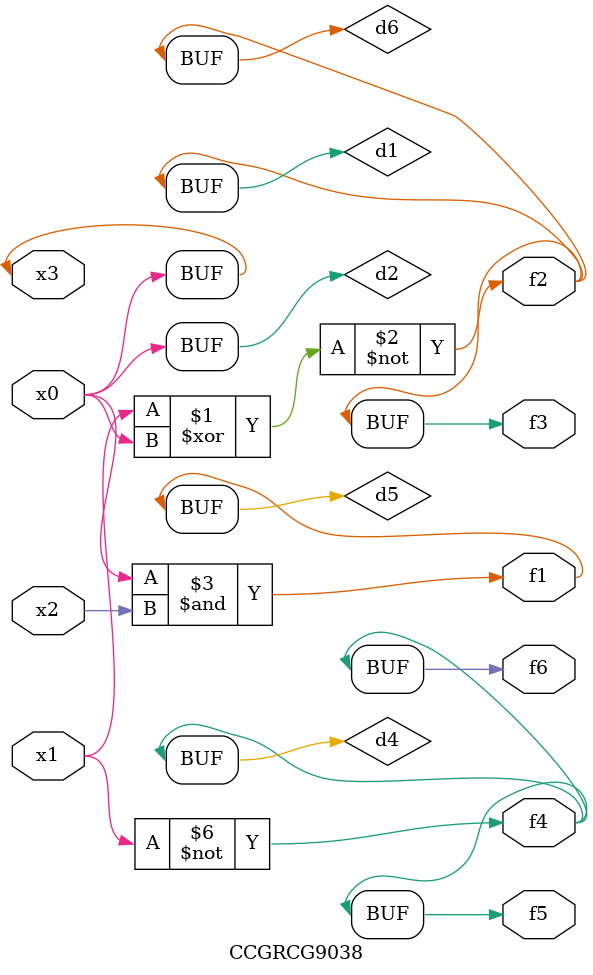
<source format=v>
module CCGRCG9038(
	input x0, x1, x2, x3,
	output f1, f2, f3, f4, f5, f6
);

	wire d1, d2, d3, d4, d5, d6;

	xnor (d1, x1, x3);
	buf (d2, x0, x3);
	nand (d3, x0, x2);
	not (d4, x1);
	nand (d5, d3);
	or (d6, d1);
	assign f1 = d5;
	assign f2 = d6;
	assign f3 = d6;
	assign f4 = d4;
	assign f5 = d4;
	assign f6 = d4;
endmodule

</source>
